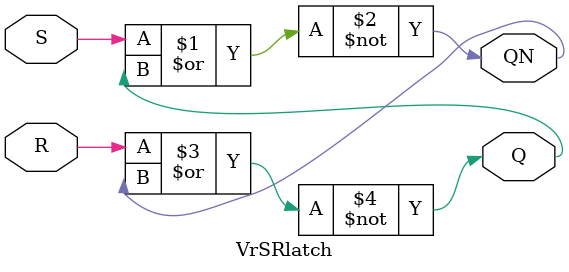
<source format=v>
module VrSRlatch( S, R, Q, QN );
  input S, R;
  output Q, QN;

  assign QN = ~(S | Q);
  assign Q  = ~(R | QN);

endmodule
</source>
